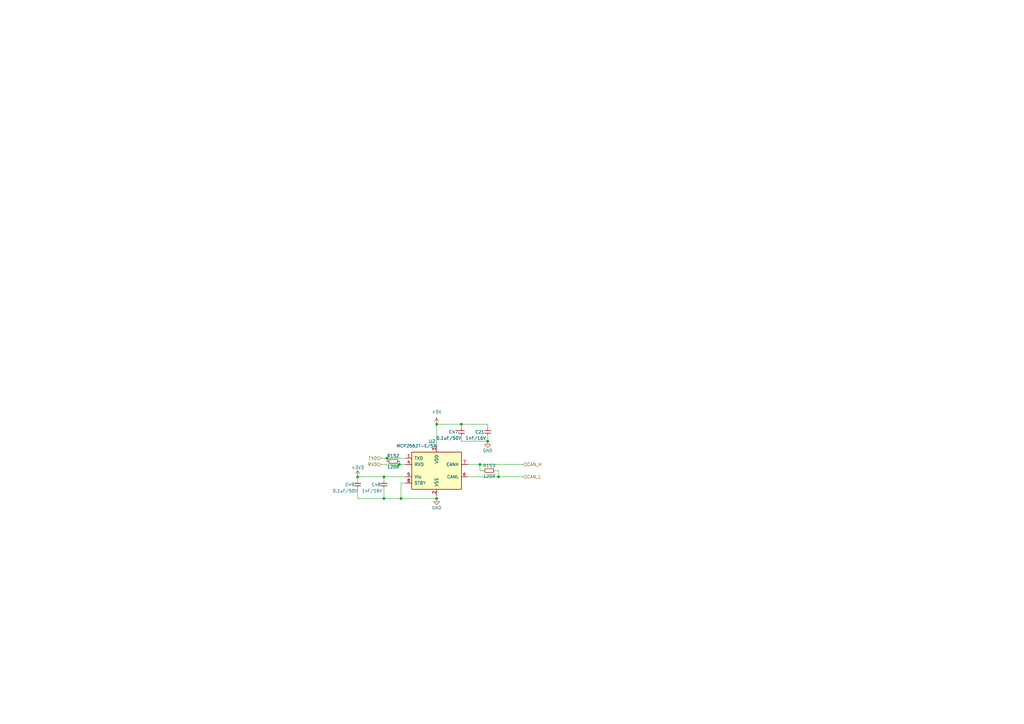
<source format=kicad_sch>
(kicad_sch
	(version 20231120)
	(generator "eeschema")
	(generator_version "8.0")
	(uuid "54d99f00-ccf1-47ca-82dc-6abcb3aa298d")
	(paper "A3")
	(title_block
		(date "2023-10-19")
		(rev "V0.1")
		(company "teTra")
	)
	(lib_symbols
		(symbol "BMS-Master-rescue:+3.3V-power-BMS-Master-rescue"
			(power)
			(pin_names
				(offset 0)
			)
			(exclude_from_sim no)
			(in_bom yes)
			(on_board yes)
			(property "Reference" "#PWR"
				(at 0 -3.81 0)
				(effects
					(font
						(size 1.27 1.27)
					)
					(hide yes)
				)
			)
			(property "Value" "+3.3V-power-BMS-Master-rescue"
				(at 0 3.556 0)
				(effects
					(font
						(size 1.27 1.27)
					)
				)
			)
			(property "Footprint" ""
				(at 0 0 0)
				(effects
					(font
						(size 1.27 1.27)
					)
					(hide yes)
				)
			)
			(property "Datasheet" ""
				(at 0 0 0)
				(effects
					(font
						(size 1.27 1.27)
					)
					(hide yes)
				)
			)
			(property "Description" ""
				(at 0 0 0)
				(effects
					(font
						(size 1.27 1.27)
					)
					(hide yes)
				)
			)
			(symbol "+3.3V-power-BMS-Master-rescue_0_1"
				(polyline
					(pts
						(xy -0.762 1.27) (xy 0 2.54)
					)
					(stroke
						(width 0)
						(type solid)
					)
					(fill
						(type none)
					)
				)
				(polyline
					(pts
						(xy 0 0) (xy 0 2.54)
					)
					(stroke
						(width 0)
						(type solid)
					)
					(fill
						(type none)
					)
				)
				(polyline
					(pts
						(xy 0 2.54) (xy 0.762 1.27)
					)
					(stroke
						(width 0)
						(type solid)
					)
					(fill
						(type none)
					)
				)
			)
			(symbol "+3.3V-power-BMS-Master-rescue_1_1"
				(pin power_in line
					(at 0 0 90)
					(length 0) hide
					(name "+3V3"
						(effects
							(font
								(size 1.27 1.27)
							)
						)
					)
					(number "1"
						(effects
							(font
								(size 1.27 1.27)
							)
						)
					)
				)
			)
		)
		(symbol "Device:C"
			(pin_numbers hide)
			(pin_names
				(offset 0.254)
			)
			(exclude_from_sim no)
			(in_bom yes)
			(on_board yes)
			(property "Reference" "C"
				(at 0.635 2.54 0)
				(effects
					(font
						(size 1.27 1.27)
					)
					(justify left)
				)
			)
			(property "Value" "C"
				(at 0.635 -2.54 0)
				(effects
					(font
						(size 1.27 1.27)
					)
					(justify left)
				)
			)
			(property "Footprint" ""
				(at 0.9652 -3.81 0)
				(effects
					(font
						(size 1.27 1.27)
					)
					(hide yes)
				)
			)
			(property "Datasheet" "~"
				(at 0 0 0)
				(effects
					(font
						(size 1.27 1.27)
					)
					(hide yes)
				)
			)
			(property "Description" "Unpolarized capacitor"
				(at 0 0 0)
				(effects
					(font
						(size 1.27 1.27)
					)
					(hide yes)
				)
			)
			(property "ki_keywords" "cap capacitor"
				(at 0 0 0)
				(effects
					(font
						(size 1.27 1.27)
					)
					(hide yes)
				)
			)
			(property "ki_fp_filters" "C_*"
				(at 0 0 0)
				(effects
					(font
						(size 1.27 1.27)
					)
					(hide yes)
				)
			)
			(symbol "C_1_1"
				(polyline
					(pts
						(xy -1.27 -0.508) (xy 1.27 -0.508)
					)
					(stroke
						(width 0.254)
						(type default)
					)
					(fill
						(type none)
					)
				)
				(polyline
					(pts
						(xy -1.27 0.508) (xy 1.27 0.508)
					)
					(stroke
						(width 0.254)
						(type default)
					)
					(fill
						(type none)
					)
				)
				(pin passive line
					(at 0 1.27 270)
					(length 0.762)
					(name "~"
						(effects
							(font
								(size 1.27 1.27)
							)
						)
					)
					(number "1"
						(effects
							(font
								(size 1.27 1.27)
							)
						)
					)
				)
				(pin passive line
					(at 0 -1.27 90)
					(length 0.762)
					(name "~"
						(effects
							(font
								(size 1.27 1.27)
							)
						)
					)
					(number "2"
						(effects
							(font
								(size 1.27 1.27)
							)
						)
					)
				)
			)
		)
		(symbol "Interface_CAN_LIN:MCP2562-E-SN"
			(pin_names
				(offset 1.016)
			)
			(exclude_from_sim no)
			(in_bom yes)
			(on_board yes)
			(property "Reference" "U"
				(at -10.16 8.89 0)
				(effects
					(font
						(size 1.27 1.27)
					)
					(justify left)
				)
			)
			(property "Value" "MCP2562-E-SN"
				(at 2.54 8.89 0)
				(effects
					(font
						(size 1.27 1.27)
					)
					(justify left)
				)
			)
			(property "Footprint" "Package_SO:SOIC-8_3.9x4.9mm_P1.27mm"
				(at 0 -12.7 0)
				(effects
					(font
						(size 1.27 1.27)
						(italic yes)
					)
					(hide yes)
				)
			)
			(property "Datasheet" "http://ww1.microchip.com/downloads/en/DeviceDoc/25167A.pdf"
				(at 0 0 0)
				(effects
					(font
						(size 1.27 1.27)
					)
					(hide yes)
				)
			)
			(property "Description" "High-Speed CAN Transceiver, 1Mbps, 5V supply, Vio pin, -40C to +125C, SOIC-8"
				(at 0 0 0)
				(effects
					(font
						(size 1.27 1.27)
					)
					(hide yes)
				)
			)
			(property "ki_keywords" "High-Speed CAN Transceiver"
				(at 0 0 0)
				(effects
					(font
						(size 1.27 1.27)
					)
					(hide yes)
				)
			)
			(property "ki_fp_filters" "SOIC*3.9x4.9mm*P1.27mm*"
				(at 0 0 0)
				(effects
					(font
						(size 1.27 1.27)
					)
					(hide yes)
				)
			)
			(symbol "MCP2562-E-SN_0_1"
				(rectangle
					(start -10.16 7.62)
					(end 10.16 -7.62)
					(stroke
						(width 0.254)
						(type default)
					)
					(fill
						(type background)
					)
				)
			)
			(symbol "MCP2562-E-SN_1_1"
				(pin input line
					(at -12.7 5.08 0)
					(length 2.54)
					(name "TXD"
						(effects
							(font
								(size 1.27 1.27)
							)
						)
					)
					(number "1"
						(effects
							(font
								(size 1.27 1.27)
							)
						)
					)
				)
				(pin power_in line
					(at 0 -10.16 90)
					(length 2.54)
					(name "VSS"
						(effects
							(font
								(size 1.27 1.27)
							)
						)
					)
					(number "2"
						(effects
							(font
								(size 1.27 1.27)
							)
						)
					)
				)
				(pin power_in line
					(at 0 10.16 270)
					(length 2.54)
					(name "VDD"
						(effects
							(font
								(size 1.27 1.27)
							)
						)
					)
					(number "3"
						(effects
							(font
								(size 1.27 1.27)
							)
						)
					)
				)
				(pin output line
					(at -12.7 2.54 0)
					(length 2.54)
					(name "RXD"
						(effects
							(font
								(size 1.27 1.27)
							)
						)
					)
					(number "4"
						(effects
							(font
								(size 1.27 1.27)
							)
						)
					)
				)
				(pin power_in line
					(at -12.7 -2.54 0)
					(length 2.54)
					(name "Vio"
						(effects
							(font
								(size 1.27 1.27)
							)
						)
					)
					(number "5"
						(effects
							(font
								(size 1.27 1.27)
							)
						)
					)
				)
				(pin bidirectional line
					(at 12.7 -2.54 180)
					(length 2.54)
					(name "CANL"
						(effects
							(font
								(size 1.27 1.27)
							)
						)
					)
					(number "6"
						(effects
							(font
								(size 1.27 1.27)
							)
						)
					)
				)
				(pin bidirectional line
					(at 12.7 2.54 180)
					(length 2.54)
					(name "CANH"
						(effects
							(font
								(size 1.27 1.27)
							)
						)
					)
					(number "7"
						(effects
							(font
								(size 1.27 1.27)
							)
						)
					)
				)
				(pin input line
					(at -12.7 -5.08 0)
					(length 2.54)
					(name "STBY"
						(effects
							(font
								(size 1.27 1.27)
							)
						)
					)
					(number "8"
						(effects
							(font
								(size 1.27 1.27)
							)
						)
					)
				)
			)
		)
		(symbol "Library:R_Small"
			(pin_numbers hide)
			(pin_names
				(offset 0.254) hide)
			(exclude_from_sim no)
			(in_bom yes)
			(on_board yes)
			(property "Reference" "R"
				(at 0.762 0.508 0)
				(effects
					(font
						(size 1.27 1.27)
					)
					(justify left)
				)
			)
			(property "Value" "R_Small"
				(at 0.762 -1.016 0)
				(effects
					(font
						(size 1.27 1.27)
					)
					(justify left)
				)
			)
			(property "Footprint" ""
				(at 0 0 0)
				(effects
					(font
						(size 1.27 1.27)
					)
					(hide yes)
				)
			)
			(property "Datasheet" "~"
				(at 0 0 0)
				(effects
					(font
						(size 1.27 1.27)
					)
					(hide yes)
				)
			)
			(property "Description" "Resistor, small symbol"
				(at 0 0 0)
				(effects
					(font
						(size 1.27 1.27)
					)
					(hide yes)
				)
			)
			(property "ki_keywords" "R resistor"
				(at 0 0 0)
				(effects
					(font
						(size 1.27 1.27)
					)
					(hide yes)
				)
			)
			(property "ki_fp_filters" "R_*"
				(at 0 0 0)
				(effects
					(font
						(size 1.27 1.27)
					)
					(hide yes)
				)
			)
			(symbol "R_Small_0_1"
				(rectangle
					(start -0.762 1.778)
					(end 0.762 -1.778)
					(stroke
						(width 0.2032)
						(type default)
					)
					(fill
						(type none)
					)
				)
			)
			(symbol "R_Small_1_1"
				(pin passive line
					(at 0 2.54 270)
					(length 0.762)
					(name "~"
						(effects
							(font
								(size 1.27 1.27)
							)
						)
					)
					(number "1"
						(effects
							(font
								(size 1.27 1.27)
							)
						)
					)
				)
				(pin passive line
					(at 0 -2.54 90)
					(length 0.762)
					(name "~"
						(effects
							(font
								(size 1.27 1.27)
							)
						)
					)
					(number "2"
						(effects
							(font
								(size 1.27 1.27)
							)
						)
					)
				)
			)
		)
		(symbol "power:+5V"
			(power)
			(pin_names
				(offset 0)
			)
			(exclude_from_sim no)
			(in_bom yes)
			(on_board yes)
			(property "Reference" "#PWR"
				(at 0 -3.81 0)
				(effects
					(font
						(size 1.27 1.27)
					)
					(hide yes)
				)
			)
			(property "Value" "+5V"
				(at 0 3.556 0)
				(effects
					(font
						(size 1.27 1.27)
					)
				)
			)
			(property "Footprint" ""
				(at 0 0 0)
				(effects
					(font
						(size 1.27 1.27)
					)
					(hide yes)
				)
			)
			(property "Datasheet" ""
				(at 0 0 0)
				(effects
					(font
						(size 1.27 1.27)
					)
					(hide yes)
				)
			)
			(property "Description" "Power symbol creates a global label with name \"+5V\""
				(at 0 0 0)
				(effects
					(font
						(size 1.27 1.27)
					)
					(hide yes)
				)
			)
			(property "ki_keywords" "global power"
				(at 0 0 0)
				(effects
					(font
						(size 1.27 1.27)
					)
					(hide yes)
				)
			)
			(symbol "+5V_0_1"
				(polyline
					(pts
						(xy -0.762 1.27) (xy 0 2.54)
					)
					(stroke
						(width 0)
						(type default)
					)
					(fill
						(type none)
					)
				)
				(polyline
					(pts
						(xy 0 0) (xy 0 2.54)
					)
					(stroke
						(width 0)
						(type default)
					)
					(fill
						(type none)
					)
				)
				(polyline
					(pts
						(xy 0 2.54) (xy 0.762 1.27)
					)
					(stroke
						(width 0)
						(type default)
					)
					(fill
						(type none)
					)
				)
			)
			(symbol "+5V_1_1"
				(pin power_in line
					(at 0 0 90)
					(length 0) hide
					(name "+5V"
						(effects
							(font
								(size 1.27 1.27)
							)
						)
					)
					(number "1"
						(effects
							(font
								(size 1.27 1.27)
							)
						)
					)
				)
			)
		)
		(symbol "power:GND"
			(power)
			(pin_names
				(offset 0)
			)
			(exclude_from_sim no)
			(in_bom yes)
			(on_board yes)
			(property "Reference" "#PWR"
				(at 0 -6.35 0)
				(effects
					(font
						(size 1.27 1.27)
					)
					(hide yes)
				)
			)
			(property "Value" "GND"
				(at 0 -3.81 0)
				(effects
					(font
						(size 1.27 1.27)
					)
				)
			)
			(property "Footprint" ""
				(at 0 0 0)
				(effects
					(font
						(size 1.27 1.27)
					)
					(hide yes)
				)
			)
			(property "Datasheet" ""
				(at 0 0 0)
				(effects
					(font
						(size 1.27 1.27)
					)
					(hide yes)
				)
			)
			(property "Description" "Power symbol creates a global label with name \"GND\" , ground"
				(at 0 0 0)
				(effects
					(font
						(size 1.27 1.27)
					)
					(hide yes)
				)
			)
			(property "ki_keywords" "global power"
				(at 0 0 0)
				(effects
					(font
						(size 1.27 1.27)
					)
					(hide yes)
				)
			)
			(symbol "GND_0_1"
				(polyline
					(pts
						(xy 0 0) (xy 0 -1.27) (xy 1.27 -1.27) (xy 0 -2.54) (xy -1.27 -1.27) (xy 0 -1.27)
					)
					(stroke
						(width 0)
						(type default)
					)
					(fill
						(type none)
					)
				)
			)
			(symbol "GND_1_1"
				(pin power_in line
					(at 0 0 270)
					(length 0) hide
					(name "GND"
						(effects
							(font
								(size 1.27 1.27)
							)
						)
					)
					(number "1"
						(effects
							(font
								(size 1.27 1.27)
							)
						)
					)
				)
			)
		)
	)
	(junction
		(at 179.07 173.99)
		(diameter 0)
		(color 0 0 0 0)
		(uuid "1c421020-6033-4f9b-aab8-ae1c32aeb0fe")
	)
	(junction
		(at 196.85 190.5)
		(diameter 0)
		(color 0 0 0 0)
		(uuid "1d35e5d8-7dea-4c57-be31-34163705c004")
	)
	(junction
		(at 157.48 204.47)
		(diameter 0)
		(color 0 0 0 0)
		(uuid "40e55297-1daf-49bc-b8d7-968eab10101e")
	)
	(junction
		(at 204.47 195.58)
		(diameter 0)
		(color 0 0 0 0)
		(uuid "4331c581-d49d-47bc-a0b7-f234255c920e")
	)
	(junction
		(at 146.685 195.58)
		(diameter 0)
		(color 0 0 0 0)
		(uuid "54724f71-cc42-4606-a2eb-603512af6e80")
	)
	(junction
		(at 157.48 195.58)
		(diameter 0)
		(color 0 0 0 0)
		(uuid "6890b815-cc35-452a-8910-5cf8b14e86f5")
	)
	(junction
		(at 189.23 173.99)
		(diameter 0)
		(color 0 0 0 0)
		(uuid "71bfcb57-1765-46e9-bde1-b00de8b2aac8")
	)
	(junction
		(at 163.83 190.5)
		(diameter 0)
		(color 0 0 0 0)
		(uuid "7595ed90-3d69-4ddc-b773-ce06fcd39050")
	)
	(junction
		(at 164.465 204.47)
		(diameter 0)
		(color 0 0 0 0)
		(uuid "94abd6c5-676d-4953-8d5a-19bc8e3313b1")
	)
	(junction
		(at 179.07 204.47)
		(diameter 0)
		(color 0 0 0 0)
		(uuid "a51358e7-15da-4f04-a6a1-756aa6f13fda")
	)
	(junction
		(at 158.75 187.96)
		(diameter 0)
		(color 0 0 0 0)
		(uuid "f9e2e4ef-85ed-4736-9c98-ed86a5897287")
	)
	(junction
		(at 200.025 180.975)
		(diameter 0)
		(color 0 0 0 0)
		(uuid "fc36f5b7-9974-4985-926e-1660941963fa")
	)
	(wire
		(pts
			(xy 164.465 198.12) (xy 166.37 198.12)
		)
		(stroke
			(width 0)
			(type default)
		)
		(uuid "026b7e80-1e36-45a4-8075-9a3d9c815e83")
	)
	(wire
		(pts
			(xy 196.85 190.5) (xy 214.63 190.5)
		)
		(stroke
			(width 0)
			(type default)
		)
		(uuid "082e3eca-19e8-4d05-bb5e-ab57bb6001df")
	)
	(wire
		(pts
			(xy 179.07 203.2) (xy 179.07 204.47)
		)
		(stroke
			(width 0)
			(type default)
		)
		(uuid "1a3d97fa-3ad6-4258-a6f4-9672109b51a4")
	)
	(wire
		(pts
			(xy 163.83 189.23) (xy 163.83 190.5)
		)
		(stroke
			(width 0)
			(type default)
		)
		(uuid "1d94567d-f1cc-4bbd-9e04-49821b953fb6")
	)
	(wire
		(pts
			(xy 179.07 173.99) (xy 179.07 182.88)
		)
		(stroke
			(width 0)
			(type default)
		)
		(uuid "1ee51ec2-13fb-4fcf-9edf-76d9f7f83218")
	)
	(wire
		(pts
			(xy 200.025 180.975) (xy 189.23 180.975)
		)
		(stroke
			(width 0)
			(type default)
		)
		(uuid "2b2a7f3f-b2a2-44de-bc9a-aab47da6bd48")
	)
	(wire
		(pts
			(xy 166.37 190.5) (xy 163.83 190.5)
		)
		(stroke
			(width 0)
			(type default)
		)
		(uuid "3af54e30-7acf-4aeb-8e93-29ac7650fbad")
	)
	(wire
		(pts
			(xy 146.685 195.58) (xy 146.685 197.485)
		)
		(stroke
			(width 0)
			(type default)
		)
		(uuid "4a79fd32-df28-417d-87c8-2e1af6181a74")
	)
	(wire
		(pts
			(xy 163.83 190.5) (xy 156.21 190.5)
		)
		(stroke
			(width 0)
			(type default)
		)
		(uuid "4b82e7b4-6893-4532-978e-5b77a99d5ec8")
	)
	(wire
		(pts
			(xy 198.12 193.04) (xy 196.85 193.04)
		)
		(stroke
			(width 0)
			(type default)
		)
		(uuid "4fac883a-25e3-47f7-8154-52bc61356bfa")
	)
	(wire
		(pts
			(xy 157.48 200.025) (xy 157.48 204.47)
		)
		(stroke
			(width 0)
			(type default)
		)
		(uuid "529bb3f3-20ff-4741-a486-b55cdf9648d4")
	)
	(wire
		(pts
			(xy 191.77 195.58) (xy 204.47 195.58)
		)
		(stroke
			(width 0)
			(type default)
		)
		(uuid "79be0584-7945-45f7-869f-18fdcaecbe10")
	)
	(wire
		(pts
			(xy 158.75 187.96) (xy 158.75 189.23)
		)
		(stroke
			(width 0)
			(type default)
		)
		(uuid "7f9bb8f1-2cf8-4c50-ab70-4f8eb927c55c")
	)
	(wire
		(pts
			(xy 189.23 173.99) (xy 200.025 173.99)
		)
		(stroke
			(width 0)
			(type default)
		)
		(uuid "892e10ba-5f29-4dfc-952c-0a9c2dc2cc8f")
	)
	(wire
		(pts
			(xy 189.23 178.435) (xy 189.23 180.975)
		)
		(stroke
			(width 0)
			(type default)
		)
		(uuid "89c1a1cb-3e52-44be-a817-fd14b5cc34d1")
	)
	(wire
		(pts
			(xy 146.685 200.025) (xy 146.685 204.47)
		)
		(stroke
			(width 0)
			(type default)
		)
		(uuid "8b112ac2-e2a7-4403-9609-37d63dc13bdb")
	)
	(wire
		(pts
			(xy 157.48 195.58) (xy 146.685 195.58)
		)
		(stroke
			(width 0)
			(type default)
		)
		(uuid "8f036303-ae37-42d6-81f0-342a990770ec")
	)
	(wire
		(pts
			(xy 166.37 187.96) (xy 158.75 187.96)
		)
		(stroke
			(width 0)
			(type default)
		)
		(uuid "96c6dca7-37c1-41c2-80bc-f7614e0e9c8f")
	)
	(wire
		(pts
			(xy 204.47 195.58) (xy 214.63 195.58)
		)
		(stroke
			(width 0)
			(type default)
		)
		(uuid "96e12375-8e77-4275-8af9-a55fe1eaee87")
	)
	(wire
		(pts
			(xy 200.025 173.99) (xy 200.025 175.895)
		)
		(stroke
			(width 0)
			(type default)
		)
		(uuid "9e3e3ffb-81d3-42da-a2e5-6988c8fa62ae")
	)
	(wire
		(pts
			(xy 203.2 193.04) (xy 204.47 193.04)
		)
		(stroke
			(width 0)
			(type default)
		)
		(uuid "a260002a-7ba6-4221-a544-c0484e289b30")
	)
	(wire
		(pts
			(xy 200.025 178.435) (xy 200.025 180.975)
		)
		(stroke
			(width 0)
			(type default)
		)
		(uuid "aaba4532-f2f9-48ce-8f02-6968c156d9eb")
	)
	(wire
		(pts
			(xy 196.85 190.5) (xy 196.85 193.04)
		)
		(stroke
			(width 0)
			(type default)
		)
		(uuid "b516f2ef-d004-4cda-ad34-d69c245a0d56")
	)
	(wire
		(pts
			(xy 157.48 195.58) (xy 157.48 197.485)
		)
		(stroke
			(width 0)
			(type default)
		)
		(uuid "b683a242-f0c7-4821-9b5a-1a7a4a6c0839")
	)
	(wire
		(pts
			(xy 179.07 204.47) (xy 164.465 204.47)
		)
		(stroke
			(width 0)
			(type default)
		)
		(uuid "b8e5e96a-2981-42de-b4b5-ddd339cebe0c")
	)
	(wire
		(pts
			(xy 189.23 173.99) (xy 189.23 175.895)
		)
		(stroke
			(width 0)
			(type default)
		)
		(uuid "b9d9e8bc-1749-471f-8946-6598911455e8")
	)
	(wire
		(pts
			(xy 164.465 204.47) (xy 164.465 198.12)
		)
		(stroke
			(width 0)
			(type default)
		)
		(uuid "ce78b296-a918-4232-844e-93afd6c22ee8")
	)
	(wire
		(pts
			(xy 204.47 193.04) (xy 204.47 195.58)
		)
		(stroke
			(width 0)
			(type default)
		)
		(uuid "dca675d9-385f-4f31-bb6b-2777b68ba8e5")
	)
	(wire
		(pts
			(xy 166.37 195.58) (xy 157.48 195.58)
		)
		(stroke
			(width 0)
			(type default)
		)
		(uuid "e3b6a918-c296-4f75-a4ae-df81111644af")
	)
	(wire
		(pts
			(xy 157.48 204.47) (xy 146.685 204.47)
		)
		(stroke
			(width 0)
			(type default)
		)
		(uuid "e4a5e54c-f8f1-4109-869d-56f3ffe7a1b1")
	)
	(wire
		(pts
			(xy 158.75 187.96) (xy 156.21 187.96)
		)
		(stroke
			(width 0)
			(type default)
		)
		(uuid "f2e1cb35-95d1-46db-81df-9f104d04fa3e")
	)
	(wire
		(pts
			(xy 191.77 190.5) (xy 196.85 190.5)
		)
		(stroke
			(width 0)
			(type default)
		)
		(uuid "fe814c8d-9f25-4b19-9953-255906d71270")
	)
	(wire
		(pts
			(xy 189.23 173.99) (xy 179.07 173.99)
		)
		(stroke
			(width 0)
			(type default)
		)
		(uuid "fe85bd18-138f-4846-8ebd-486887c34ece")
	)
	(wire
		(pts
			(xy 164.465 204.47) (xy 157.48 204.47)
		)
		(stroke
			(width 0)
			(type default)
		)
		(uuid "fe87ab5d-d443-45f0-aea2-f46940b86f85")
	)
	(hierarchical_label "CAN_L"
		(shape input)
		(at 214.63 195.58 0)
		(fields_autoplaced yes)
		(effects
			(font
				(size 1.27 1.27)
			)
			(justify left)
		)
		(uuid "0e5e15da-3a3c-4b52-b44a-57f98ff1ef10")
	)
	(hierarchical_label "TXD"
		(shape input)
		(at 156.21 187.96 180)
		(fields_autoplaced yes)
		(effects
			(font
				(size 1.27 1.27)
			)
			(justify right)
		)
		(uuid "7c0387b3-89d0-4b93-b2fb-49bdf0f7841d")
	)
	(hierarchical_label "RXD"
		(shape input)
		(at 156.21 190.5 180)
		(fields_autoplaced yes)
		(effects
			(font
				(size 1.27 1.27)
			)
			(justify right)
		)
		(uuid "a5fd9fea-723e-45e0-9dc5-80081d303642")
	)
	(hierarchical_label "CAN_H"
		(shape input)
		(at 214.63 190.5 0)
		(fields_autoplaced yes)
		(effects
			(font
				(size 1.27 1.27)
			)
			(justify left)
		)
		(uuid "c72db354-e051-4e22-8f89-5e7bff2abdc5")
	)
	(symbol
		(lib_id "power:GND")
		(at 179.07 204.47 0)
		(mirror y)
		(unit 1)
		(exclude_from_sim no)
		(in_bom yes)
		(on_board yes)
		(dnp no)
		(uuid "04a872f1-1059-4f5a-93ba-a5baa4810dce")
		(property "Reference" "#PWR063"
			(at 179.07 210.82 0)
			(effects
				(font
					(size 1.27 1.27)
				)
				(hide yes)
			)
		)
		(property "Value" "GND"
			(at 179.07 208.28 0)
			(effects
				(font
					(size 1.27 1.27)
				)
			)
		)
		(property "Footprint" ""
			(at 179.07 204.47 0)
			(effects
				(font
					(size 1.27 1.27)
				)
				(hide yes)
			)
		)
		(property "Datasheet" ""
			(at 179.07 204.47 0)
			(effects
				(font
					(size 1.27 1.27)
				)
				(hide yes)
			)
		)
		(property "Description" ""
			(at 179.07 204.47 0)
			(effects
				(font
					(size 1.27 1.27)
				)
				(hide yes)
			)
		)
		(pin "1"
			(uuid "19e1dce7-20fe-457e-ace9-3c3eceec2e22")
		)
		(instances
			(project "LTC6811_ESP32_V5"
				(path "/6a86ff6f-b159-4c4c-8a40-e732cc82e010/00000000-0000-0000-0000-00005a91e16c"
					(reference "#PWR063")
					(unit 1)
				)
			)
		)
	)
	(symbol
		(lib_id "power:+5V")
		(at 179.07 173.99 0)
		(mirror y)
		(unit 1)
		(exclude_from_sim no)
		(in_bom yes)
		(on_board yes)
		(dnp no)
		(fields_autoplaced yes)
		(uuid "06d099da-fc10-4f20-ba29-419d1cf00acf")
		(property "Reference" "#PWR013"
			(at 179.07 177.8 0)
			(effects
				(font
					(size 1.27 1.27)
				)
				(hide yes)
			)
		)
		(property "Value" "+5V"
			(at 179.07 168.91 0)
			(effects
				(font
					(size 1.27 1.27)
				)
			)
		)
		(property "Footprint" ""
			(at 179.07 173.99 0)
			(effects
				(font
					(size 1.27 1.27)
				)
				(hide yes)
			)
		)
		(property "Datasheet" ""
			(at 179.07 173.99 0)
			(effects
				(font
					(size 1.27 1.27)
				)
				(hide yes)
			)
		)
		(property "Description" ""
			(at 179.07 173.99 0)
			(effects
				(font
					(size 1.27 1.27)
				)
				(hide yes)
			)
		)
		(pin "1"
			(uuid "ba384a6f-608f-4e1d-8f08-ab9b8eea05f4")
		)
		(instances
			(project "LTC6811_ESP32_V5"
				(path "/6a86ff6f-b159-4c4c-8a40-e732cc82e010/00000000-0000-0000-0000-00005a91e16c"
					(reference "#PWR013")
					(unit 1)
				)
			)
		)
	)
	(symbol
		(lib_id "Library:R_Small")
		(at 200.66 193.04 270)
		(unit 1)
		(exclude_from_sim no)
		(in_bom yes)
		(on_board yes)
		(dnp no)
		(uuid "0b6fb84d-f4fb-47b1-aa94-ae960f5916ac")
		(property "Reference" "R153"
			(at 200.66 191.008 90)
			(effects
				(font
					(size 1.27 1.27)
				)
			)
		)
		(property "Value" "120R"
			(at 200.66 195.326 90)
			(effects
				(font
					(size 1.27 1.27)
				)
			)
		)
		(property "Footprint" "Resistor_SMD:R_0603_1608Metric"
			(at 200.66 191.262 90)
			(effects
				(font
					(size 1.27 1.27)
				)
				(hide yes)
			)
		)
		(property "Datasheet" "https://www.yageo.com/upload/media/product/app/datasheet/rchip/pyu-rc_group_51_rohs_l.pdf"
			(at 200.66 193.04 0)
			(effects
				(font
					(size 1.27 1.27)
				)
				(hide yes)
			)
		)
		(property "Description" "120 Ohms ±5% 0.1W, 1/10W Chip Resistor 0603 (1608 Metric) Moisture Resistant Thick Film"
			(at 200.66 193.04 0)
			(effects
				(font
					(size 1.27 1.27)
				)
				(hide yes)
			)
		)
		(property "MPN" "RC0603JR-07120RL"
			(at 200.66 193.04 0)
			(effects
				(font
					(size 1.27 1.27)
				)
				(hide yes)
			)
		)
		(property "Link" "https://www.digikey.jp/en/products/detail/yageo/RC0603JR-07120RL/726706"
			(at 200.66 193.04 0)
			(effects
				(font
					(size 1.27 1.27)
				)
				(hide yes)
			)
		)
		(pin "1"
			(uuid "2a05887c-93cc-41f8-be8e-4b75ccebbc67")
		)
		(pin "2"
			(uuid "618de080-1686-4854-873f-41406e2eabd1")
		)
		(instances
			(project "LTC6811_ESP32_V4"
				(path "/6a86ff6f-b159-4c4c-8a40-e732cc82e010/00000000-0000-0000-0000-00005a91e16c"
					(reference "R153")
					(unit 1)
				)
			)
		)
	)
	(symbol
		(lib_id "Device:C")
		(at 189.23 177.165 0)
		(mirror y)
		(unit 1)
		(exclude_from_sim no)
		(in_bom yes)
		(on_board yes)
		(dnp no)
		(uuid "1e786ef1-745a-41ce-9540-fd639562af4b")
		(property "Reference" "C47"
			(at 187.96 177.165 0)
			(effects
				(font
					(size 1.27 1.27)
				)
				(justify left)
			)
		)
		(property "Value" "0.1uF/50V"
			(at 189.23 179.705 0)
			(effects
				(font
					(size 1.27 1.27)
				)
				(justify left)
			)
		)
		(property "Footprint" "Capacitor_SMD:C_0603_1608Metric"
			(at 188.2648 180.975 0)
			(effects
				(font
					(size 1.27 1.27)
				)
				(hide yes)
			)
		)
		(property "Datasheet" "https://mm.digikey.com/Volume0/opasdata/d220001/medias/docus/658/CL10B104KB8NNWC_Spec.pdf"
			(at 189.23 177.165 0)
			(effects
				(font
					(size 1.27 1.27)
				)
				(hide yes)
			)
		)
		(property "Description" "0.1 µF ±10% 50V Ceramic Capacitor X7R 0603 (1608 Metric)"
			(at 189.23 177.165 0)
			(effects
				(font
					(size 1.27 1.27)
				)
				(hide yes)
			)
		)
		(property "MPN" "CL10B104KB8NNWC"
			(at 189.23 177.165 0)
			(effects
				(font
					(size 1.27 1.27)
				)
				(hide yes)
			)
		)
		(property "Link" "https://www.digikey.jp/en/products/detail/samsung-electro-mechanics/CL10B104KB8NNWC/3887593"
			(at 189.23 177.165 0)
			(effects
				(font
					(size 1.27 1.27)
				)
				(hide yes)
			)
		)
		(pin "1"
			(uuid "b82d8096-fb86-4b4d-bed7-b3a363c47c22")
		)
		(pin "2"
			(uuid "ca6afdd7-1b3c-4458-b58e-638d9a220dc7")
		)
		(instances
			(project "LTC6811_ESP32_V5"
				(path "/6a86ff6f-b159-4c4c-8a40-e732cc82e010/00000000-0000-0000-0000-00005a91e16c"
					(reference "C47")
					(unit 1)
				)
			)
		)
	)
	(symbol
		(lib_id "Device:C")
		(at 157.48 198.755 0)
		(mirror y)
		(unit 1)
		(exclude_from_sim no)
		(in_bom yes)
		(on_board yes)
		(dnp no)
		(uuid "29b0af52-5f08-45ad-b3fd-eef1f0c5b4b9")
		(property "Reference" "C48"
			(at 156.21 198.755 0)
			(effects
				(font
					(size 1.27 1.27)
				)
				(justify left)
			)
		)
		(property "Value" "1nF/16V"
			(at 156.845 201.295 0)
			(effects
				(font
					(size 1.27 1.27)
				)
				(justify left)
			)
		)
		(property "Footprint" "Capacitor_SMD:C_0603_1608Metric"
			(at 156.5148 202.565 0)
			(effects
				(font
					(size 1.27 1.27)
				)
				(hide yes)
			)
		)
		(property "Datasheet" "https://connect.kemet.com:7667/gateway/IntelliData-ComponentDocumentation/1.0/download/datasheet/C0603C102K4RECAUTO"
			(at 157.48 198.755 0)
			(effects
				(font
					(size 1.27 1.27)
				)
				(hide yes)
			)
		)
		(property "Description" "1000 pF ±10% 16V Ceramic Capacitor X7R 0603 (1608 Metric)"
			(at 157.48 198.755 0)
			(effects
				(font
					(size 1.27 1.27)
				)
				(hide yes)
			)
		)
		(property "MPN" "C0603C102K4RECAUTO"
			(at 157.48 198.755 0)
			(effects
				(font
					(size 1.27 1.27)
				)
				(hide yes)
			)
		)
		(property "Link" "https://www.digikey.jp/en/products/detail/kemet/C0603C102K4RECAUTO/8640472"
			(at 157.48 198.755 0)
			(effects
				(font
					(size 1.27 1.27)
				)
				(hide yes)
			)
		)
		(pin "1"
			(uuid "67892c94-ca5b-4611-b871-d3c5d4a38dcd")
		)
		(pin "2"
			(uuid "689934b8-bf01-4467-b165-7bb844a26e9a")
		)
		(instances
			(project "LTC6811_ESP32_V5"
				(path "/6a86ff6f-b159-4c4c-8a40-e732cc82e010/00000000-0000-0000-0000-00005a91e16c"
					(reference "C48")
					(unit 1)
				)
			)
		)
	)
	(symbol
		(lib_id "Library:R_Small")
		(at 161.29 189.23 270)
		(unit 1)
		(exclude_from_sim no)
		(in_bom yes)
		(on_board yes)
		(dnp no)
		(uuid "4372cf5d-a5c1-4fa5-8e13-6c5c7e1a2b4d")
		(property "Reference" "R152"
			(at 161.29 186.944 90)
			(effects
				(font
					(size 1.27 1.27)
				)
			)
		)
		(property "Value" "120R"
			(at 161.29 191.516 90)
			(effects
				(font
					(size 1.27 1.27)
				)
			)
		)
		(property "Footprint" "Resistor_SMD:R_0603_1608Metric"
			(at 161.29 187.452 90)
			(effects
				(font
					(size 1.27 1.27)
				)
				(hide yes)
			)
		)
		(property "Datasheet" "https://www.yageo.com/upload/media/product/app/datasheet/rchip/pyu-rc_group_51_rohs_l.pdf"
			(at 161.29 189.23 0)
			(effects
				(font
					(size 1.27 1.27)
				)
				(hide yes)
			)
		)
		(property "Description" "120 Ohms ±5% 0.1W, 1/10W Chip Resistor 0603 (1608 Metric) Moisture Resistant Thick Film"
			(at 161.29 189.23 0)
			(effects
				(font
					(size 1.27 1.27)
				)
				(hide yes)
			)
		)
		(property "MPN" "RC0603JR-07120RL"
			(at 161.29 189.23 0)
			(effects
				(font
					(size 1.27 1.27)
				)
				(hide yes)
			)
		)
		(property "Link" "https://www.digikey.jp/en/products/detail/yageo/RC0603JR-07120RL/726706"
			(at 161.29 189.23 0)
			(effects
				(font
					(size 1.27 1.27)
				)
				(hide yes)
			)
		)
		(pin "1"
			(uuid "52ee2e20-0993-487d-aa64-ed7f982116ce")
		)
		(pin "2"
			(uuid "f5253d51-8347-4926-9955-2ff0cadedc2c")
		)
		(instances
			(project "LTC6811_ESP32_V4"
				(path "/6a86ff6f-b159-4c4c-8a40-e732cc82e010/00000000-0000-0000-0000-00005a91e16c"
					(reference "R152")
					(unit 1)
				)
			)
		)
	)
	(symbol
		(lib_id "BMS-Master-rescue:+3.3V-power-BMS-Master-rescue")
		(at 146.685 195.58 0)
		(mirror y)
		(unit 1)
		(exclude_from_sim no)
		(in_bom yes)
		(on_board yes)
		(dnp no)
		(uuid "8948ccb1-fbe6-441c-9d71-f566ffc90b0f")
		(property "Reference" "#PWR062"
			(at 146.685 199.39 0)
			(effects
				(font
					(size 1.27 1.27)
				)
				(hide yes)
			)
		)
		(property "Value" "+3V3"
			(at 146.685 191.77 0)
			(effects
				(font
					(size 1.27 1.27)
				)
			)
		)
		(property "Footprint" ""
			(at 146.685 195.58 0)
			(effects
				(font
					(size 1.27 1.27)
				)
				(hide yes)
			)
		)
		(property "Datasheet" ""
			(at 146.685 195.58 0)
			(effects
				(font
					(size 1.27 1.27)
				)
				(hide yes)
			)
		)
		(property "Description" ""
			(at 146.685 195.58 0)
			(effects
				(font
					(size 1.27 1.27)
				)
				(hide yes)
			)
		)
		(pin "1"
			(uuid "5a2fc240-509d-4c60-89be-b489595fe155")
		)
		(instances
			(project "LTC6811_ESP32_V5"
				(path "/6a86ff6f-b159-4c4c-8a40-e732cc82e010/00000000-0000-0000-0000-00005a91e16c"
					(reference "#PWR062")
					(unit 1)
				)
			)
		)
	)
	(symbol
		(lib_id "Interface_CAN_LIN:MCP2562-E-SN")
		(at 179.07 193.04 0)
		(unit 1)
		(exclude_from_sim no)
		(in_bom yes)
		(on_board yes)
		(dnp no)
		(uuid "95c449ba-55ef-48ee-8a5b-db1007610847")
		(property "Reference" "U2"
			(at 175.895 180.975 0)
			(effects
				(font
					(size 1.27 1.27)
				)
				(justify left)
			)
		)
		(property "Value" "MCP2562T-E/SN"
			(at 162.56 182.88 0)
			(effects
				(font
					(size 1.27 1.27)
				)
				(justify left)
			)
		)
		(property "Footprint" "Package_SO:SOIC-8_3.9x4.9mm_P1.27mm"
			(at 179.07 205.74 0)
			(effects
				(font
					(size 1.27 1.27)
					(italic yes)
				)
				(hide yes)
			)
		)
		(property "Datasheet" "https://ww1.microchip.com/downloads/en/DeviceDoc/20005167C.pdf"
			(at 179.07 193.04 0)
			(effects
				(font
					(size 1.27 1.27)
				)
				(hide yes)
			)
		)
		(property "Description" "1/1 Transceiver Half CANbus 8-SOIC"
			(at 179.07 193.04 0)
			(effects
				(font
					(size 1.27 1.27)
				)
				(hide yes)
			)
		)
		(property "MPN" "MCP2562T-E/SN"
			(at 179.07 193.04 0)
			(effects
				(font
					(size 1.27 1.27)
				)
				(hide yes)
			)
		)
		(property "Link" "https://www.digikey.jp/en/products/detail/microchip-technology/MCP2562T-E-SN/4079891"
			(at 179.07 193.04 0)
			(effects
				(font
					(size 1.27 1.27)
				)
				(hide yes)
			)
		)
		(pin "1"
			(uuid "f3dd1e6e-0e04-490c-a137-b9bdbf638b30")
		)
		(pin "2"
			(uuid "9d72cfeb-1a8d-4cf8-ac17-3a2b102a6d7f")
		)
		(pin "3"
			(uuid "4bfaada9-04a4-4c21-afb6-ac990849c7fb")
		)
		(pin "4"
			(uuid "cc9c44d1-87ce-4ca0-96bf-2895d16e094a")
		)
		(pin "5"
			(uuid "53a819af-e195-4087-ac3b-420d7d5f198e")
		)
		(pin "6"
			(uuid "cff18de4-d42d-49db-831f-6217f446e663")
		)
		(pin "7"
			(uuid "f468db81-bbab-4a5f-b4fd-ea4b6e8bd50d")
		)
		(pin "8"
			(uuid "4d9d4356-accb-40e1-abc9-6f1da7830126")
		)
		(instances
			(project "LTC6811_ESP32_V5"
				(path "/6a86ff6f-b159-4c4c-8a40-e732cc82e010/00000000-0000-0000-0000-00005a91e16c"
					(reference "U2")
					(unit 1)
				)
			)
		)
	)
	(symbol
		(lib_id "power:GND")
		(at 200.025 180.975 0)
		(unit 1)
		(exclude_from_sim no)
		(in_bom yes)
		(on_board yes)
		(dnp no)
		(uuid "a912aa8e-4ea7-43be-b7a4-60e714ccd9e5")
		(property "Reference" "#PWR061"
			(at 200.025 187.325 0)
			(effects
				(font
					(size 1.27 1.27)
				)
				(hide yes)
			)
		)
		(property "Value" "GND"
			(at 200.025 184.785 0)
			(effects
				(font
					(size 1.27 1.27)
				)
			)
		)
		(property "Footprint" ""
			(at 200.025 180.975 0)
			(effects
				(font
					(size 1.27 1.27)
				)
				(hide yes)
			)
		)
		(property "Datasheet" ""
			(at 200.025 180.975 0)
			(effects
				(font
					(size 1.27 1.27)
				)
				(hide yes)
			)
		)
		(property "Description" ""
			(at 200.025 180.975 0)
			(effects
				(font
					(size 1.27 1.27)
				)
				(hide yes)
			)
		)
		(pin "1"
			(uuid "53929f4d-835f-4555-92e3-4b7fec7c4fdb")
		)
		(instances
			(project "LTC6811_ESP32_V5"
				(path "/6a86ff6f-b159-4c4c-8a40-e732cc82e010/00000000-0000-0000-0000-00005a91e16c"
					(reference "#PWR061")
					(unit 1)
				)
			)
		)
	)
	(symbol
		(lib_id "Device:C")
		(at 146.685 198.755 0)
		(mirror y)
		(unit 1)
		(exclude_from_sim no)
		(in_bom yes)
		(on_board yes)
		(dnp no)
		(uuid "b4c1d937-91f5-4fed-88d8-05d2d37c8058")
		(property "Reference" "C49"
			(at 145.415 198.755 0)
			(effects
				(font
					(size 1.27 1.27)
				)
				(justify left)
			)
		)
		(property "Value" "0.1uF/50V"
			(at 146.685 201.295 0)
			(effects
				(font
					(size 1.27 1.27)
				)
				(justify left)
			)
		)
		(property "Footprint" "Capacitor_SMD:C_0603_1608Metric"
			(at 145.7198 202.565 0)
			(effects
				(font
					(size 1.27 1.27)
				)
				(hide yes)
			)
		)
		(property "Datasheet" "https://mm.digikey.com/Volume0/opasdata/d220001/medias/docus/658/CL10B104KB8NNWC_Spec.pdf"
			(at 146.685 198.755 0)
			(effects
				(font
					(size 1.27 1.27)
				)
				(hide yes)
			)
		)
		(property "Description" "0.1 µF ±10% 50V Ceramic Capacitor X7R 0603 (1608 Metric)"
			(at 146.685 198.755 0)
			(effects
				(font
					(size 1.27 1.27)
				)
				(hide yes)
			)
		)
		(property "MPN" "CL10B104KB8NNWC"
			(at 146.685 198.755 0)
			(effects
				(font
					(size 1.27 1.27)
				)
				(hide yes)
			)
		)
		(property "Link" "https://www.digikey.jp/en/products/detail/samsung-electro-mechanics/CL10B104KB8NNWC/3887593"
			(at 146.685 198.755 0)
			(effects
				(font
					(size 1.27 1.27)
				)
				(hide yes)
			)
		)
		(pin "1"
			(uuid "f730ae67-6dc0-42f6-8689-89d750f85e51")
		)
		(pin "2"
			(uuid "9d988dff-a44d-4d00-aa2f-dca65c96199e")
		)
		(instances
			(project "LTC6811_ESP32_V5"
				(path "/6a86ff6f-b159-4c4c-8a40-e732cc82e010/00000000-0000-0000-0000-00005a91e16c"
					(reference "C49")
					(unit 1)
				)
			)
		)
	)
	(symbol
		(lib_id "Device:C")
		(at 200.025 177.165 0)
		(mirror y)
		(unit 1)
		(exclude_from_sim no)
		(in_bom yes)
		(on_board yes)
		(dnp no)
		(uuid "d1aaee68-52e1-49e3-8caa-c6995a907917")
		(property "Reference" "C21"
			(at 198.755 177.165 0)
			(effects
				(font
					(size 1.27 1.27)
				)
				(justify left)
			)
		)
		(property "Value" "1nF/16V"
			(at 199.39 179.705 0)
			(effects
				(font
					(size 1.27 1.27)
				)
				(justify left)
			)
		)
		(property "Footprint" "Capacitor_SMD:C_0603_1608Metric"
			(at 199.0598 180.975 0)
			(effects
				(font
					(size 1.27 1.27)
				)
				(hide yes)
			)
		)
		(property "Datasheet" "https://connect.kemet.com:7667/gateway/IntelliData-ComponentDocumentation/1.0/download/datasheet/C0603C102K4RECAUTO"
			(at 200.025 177.165 0)
			(effects
				(font
					(size 1.27 1.27)
				)
				(hide yes)
			)
		)
		(property "Description" "1000 pF ±10% 16V Ceramic Capacitor X7R 0603 (1608 Metric)"
			(at 200.025 177.165 0)
			(effects
				(font
					(size 1.27 1.27)
				)
				(hide yes)
			)
		)
		(property "MPN" "C0603C102K4RECAUTO"
			(at 200.025 177.165 0)
			(effects
				(font
					(size 1.27 1.27)
				)
				(hide yes)
			)
		)
		(property "Link" "https://www.digikey.jp/en/products/detail/kemet/C0603C102K4RECAUTO/8640472"
			(at 200.025 177.165 0)
			(effects
				(font
					(size 1.27 1.27)
				)
				(hide yes)
			)
		)
		(pin "1"
			(uuid "f8da955e-a7ee-4aa4-83fc-326d4b54a7cb")
		)
		(pin "2"
			(uuid "89afc782-390c-4845-9d81-6867811bd4e3")
		)
		(instances
			(project "LTC6811_ESP32_V5"
				(path "/6a86ff6f-b159-4c4c-8a40-e732cc82e010/00000000-0000-0000-0000-00005a91e16c"
					(reference "C21")
					(unit 1)
				)
			)
		)
	)
)

</source>
